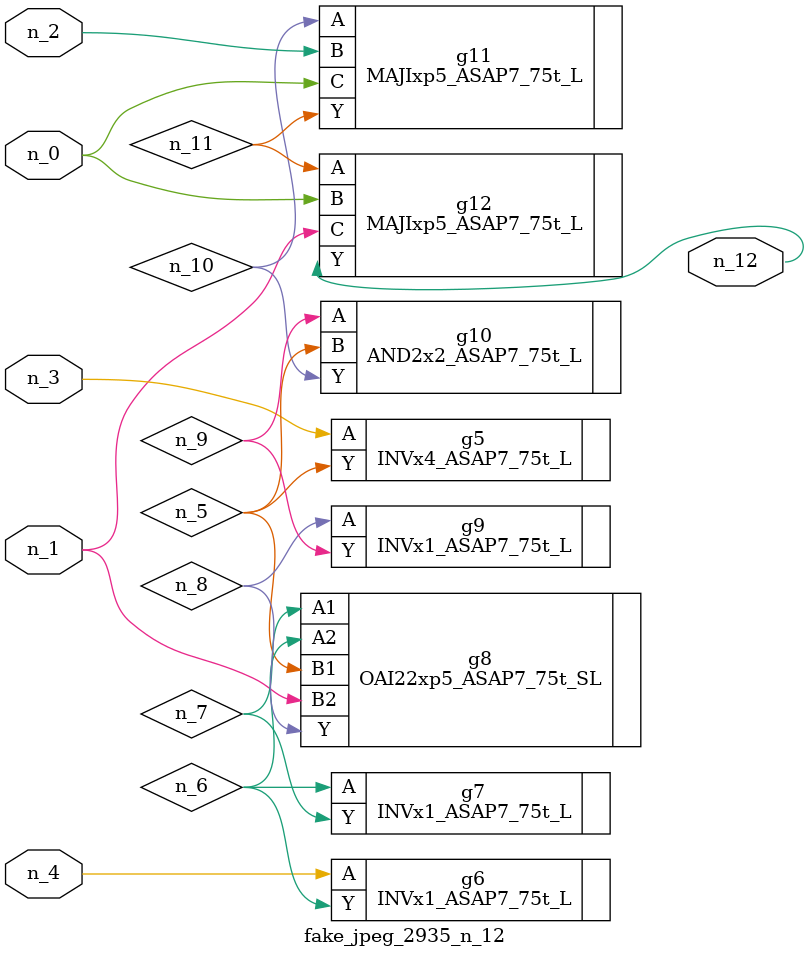
<source format=v>
module fake_jpeg_2935_n_12 (n_3, n_2, n_1, n_0, n_4, n_12);

input n_3;
input n_2;
input n_1;
input n_0;
input n_4;

output n_12;

wire n_11;
wire n_10;
wire n_8;
wire n_9;
wire n_6;
wire n_5;
wire n_7;

INVx4_ASAP7_75t_L g5 ( 
.A(n_3),
.Y(n_5)
);

INVx1_ASAP7_75t_L g6 ( 
.A(n_4),
.Y(n_6)
);

INVx1_ASAP7_75t_L g7 ( 
.A(n_6),
.Y(n_7)
);

OAI22xp5_ASAP7_75t_SL g8 ( 
.A1(n_7),
.A2(n_6),
.B1(n_5),
.B2(n_1),
.Y(n_8)
);

INVx1_ASAP7_75t_L g9 ( 
.A(n_8),
.Y(n_9)
);

AND2x2_ASAP7_75t_L g10 ( 
.A(n_9),
.B(n_5),
.Y(n_10)
);

MAJIxp5_ASAP7_75t_L g11 ( 
.A(n_10),
.B(n_2),
.C(n_0),
.Y(n_11)
);

MAJIxp5_ASAP7_75t_L g12 ( 
.A(n_11),
.B(n_0),
.C(n_1),
.Y(n_12)
);


endmodule
</source>
